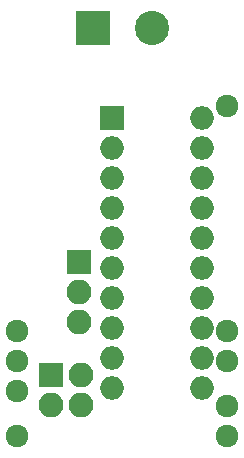
<source format=gbs>
G04 #@! TF.FileFunction,Soldermask,Bot*
%FSLAX46Y46*%
G04 Gerber Fmt 4.6, Leading zero omitted, Abs format (unit mm)*
G04 Created by KiCad (PCBNEW 4.0.6+dfsg1-1) date Thu Mar 15 12:52:20 2018*
%MOMM*%
%LPD*%
G01*
G04 APERTURE LIST*
%ADD10C,0.100000*%
%ADD11R,2.100000X2.100000*%
%ADD12O,2.100000X2.100000*%
%ADD13R,2.900000X2.900000*%
%ADD14C,2.900000*%
%ADD15C,1.924000*%
%ADD16R,2.000000X2.000000*%
%ADD17O,2.000000X2.000000*%
G04 APERTURE END LIST*
D10*
D11*
X152600000Y-98600000D03*
D12*
X155140000Y-98600000D03*
X152600000Y-101140000D03*
X155140000Y-101140000D03*
D13*
X156200000Y-69200000D03*
D14*
X161200000Y-69200000D03*
D11*
X155000000Y-89000000D03*
D12*
X155000000Y-91540000D03*
X155000000Y-94080000D03*
D15*
X167551100Y-103733600D03*
X167551100Y-101193600D03*
X167551100Y-97383600D03*
X167551100Y-94843600D03*
X149771100Y-103733600D03*
X167551100Y-75793600D03*
X149771100Y-99923600D03*
X149771100Y-97383600D03*
X149771100Y-94843600D03*
D16*
X157800000Y-76800000D03*
D17*
X165420000Y-99660000D03*
X157800000Y-79340000D03*
X165420000Y-97120000D03*
X157800000Y-81880000D03*
X165420000Y-94580000D03*
X157800000Y-84420000D03*
X165420000Y-92040000D03*
X157800000Y-86960000D03*
X165420000Y-89500000D03*
X157800000Y-89500000D03*
X165420000Y-86960000D03*
X157800000Y-92040000D03*
X165420000Y-84420000D03*
X157800000Y-94580000D03*
X165420000Y-81880000D03*
X157800000Y-97120000D03*
X165420000Y-79340000D03*
X157800000Y-99660000D03*
X165420000Y-76800000D03*
M02*

</source>
